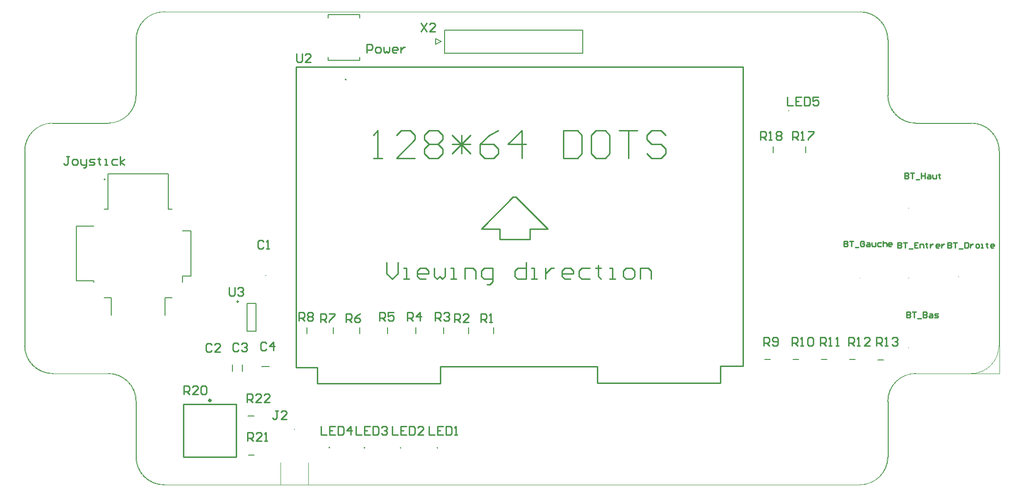
<source format=gto>
G04*
G04 #@! TF.GenerationSoftware,Altium Limited,Altium Designer,22.7.1 (60)*
G04*
G04 Layer_Color=65535*
%FSLAX44Y44*%
%MOMM*%
G71*
G04*
G04 #@! TF.SameCoordinates,7684CF66-3EF2-496F-B3A4-9C416311D090*
G04*
G04*
G04 #@! TF.FilePolarity,Positive*
G04*
G01*
G75*
%ADD10C,0.1000*%
%ADD11C,0.2000*%
%ADD12C,0.2500*%
%ADD13C,0.4000*%
%ADD14C,0.1270*%
%ADD15C,0.1524*%
%ADD16C,0.2540*%
%ADD17C,0.0127*%
%ADD18C,0.0064*%
D10*
X2450500Y987500D02*
G03*
X2450500Y986500I0J-500D01*
G01*
D02*
G03*
X2450500Y987500I0J500D01*
G01*
Y1237500D02*
G03*
X2450500Y1236500I0J-500D01*
G01*
D02*
G03*
X2450500Y1237500I0J500D01*
G01*
X2540500Y1115000D02*
G03*
X2540500Y1114000I0J-500D01*
G01*
D02*
G03*
X2540500Y1115000I0J500D01*
G01*
X2450500Y1112500D02*
G03*
X2450500Y1111500I0J-500D01*
G01*
D02*
G03*
X2450500Y1112500I0J500D01*
G01*
X2363000D02*
G03*
X2363000Y1111500I0J-500D01*
G01*
D02*
G03*
X2363000Y1112500I0J500D01*
G01*
X1322500Y740000D02*
Y780001D01*
Y740000D02*
Y780001D01*
Y740000D02*
X1372500D01*
X1322500D02*
X1372500D01*
Y780001D01*
Y740000D02*
Y780001D01*
D11*
X1604867Y806340D02*
G03*
X1604867Y806340I-707J0D01*
G01*
X1473907Y806650D02*
G03*
X1473907Y806650I-707J0D01*
G01*
X1410707Y807300D02*
G03*
X1410707Y807300I-707J0D01*
G01*
X1440570Y1468570D02*
G03*
X1440570Y1468570I-1000J0D01*
G01*
X1007300Y1289200D02*
G03*
X1007300Y1289200I-1000J0D01*
G01*
X2235707Y1412500D02*
G03*
X2235707Y1412500I-707J0D01*
G01*
X1347500Y839000D02*
G03*
X1347500Y840000I0J500D01*
G01*
D02*
G03*
X1347500Y839000I0J-500D01*
G01*
D02*
G03*
X1347500Y840000I0J500D01*
G01*
X1295900Y1116500D02*
G03*
X1295900Y1116500I-500J0D01*
G01*
X1538827Y806340D02*
G03*
X1538827Y806340I-707J0D01*
G01*
X2265500Y1337250D02*
Y1347750D01*
X2207500Y1337250D02*
Y1347750D01*
X2344250Y965200D02*
X2354750D01*
X2394750Y965000D02*
X2405250D01*
X2293450Y965200D02*
X2303950D01*
X2242650D02*
X2253150D01*
X2191850D02*
X2202350D01*
X1705000Y1012250D02*
Y1022750D01*
X1660000Y1012250D02*
Y1022750D01*
X1417500Y1012250D02*
Y1022750D01*
X1465000Y1012250D02*
Y1022750D01*
X1370000Y1012250D02*
Y1022750D01*
X1262000Y1016400D02*
X1278000D01*
X1262000Y1066400D02*
X1278000D01*
Y1016400D02*
Y1066400D01*
X1262000Y1016400D02*
Y1066400D01*
X1288400Y952500D02*
X1302400D01*
X1264750Y793750D02*
X1275250D01*
X1264350Y863600D02*
X1274850D01*
X1615000Y1012250D02*
Y1022750D01*
X1565000Y1012250D02*
Y1022750D01*
X1515000Y1012250D02*
Y1022750D01*
D12*
X1246750Y1069450D02*
G03*
X1246750Y1069450I-1250J0D01*
G01*
D13*
X1197152Y891673D02*
G03*
X1197152Y891673I-1732J0D01*
G01*
D14*
X1616850Y1515800D02*
X1865350D01*
X1616850D02*
Y1557600D01*
X1865350D01*
Y1515800D02*
Y1557600D01*
X1601100Y1531700D02*
Y1541700D01*
X1611100Y1536700D01*
X1601100Y1531700D02*
X1611100Y1536700D01*
X1407870Y1585320D02*
X1464870D01*
X1407870Y1503320D02*
X1464870D01*
X1407870Y1579520D02*
Y1585320D01*
X1464870Y1579520D02*
Y1585320D01*
Y1503320D02*
Y1509120D01*
X1407870Y1503320D02*
Y1509120D01*
X955800Y1204700D02*
X987300D01*
X955800Y1106700D02*
Y1204700D01*
Y1106700D02*
X987300D01*
Y1104000D02*
Y1106700D01*
X1006100Y1076700D02*
X1018300D01*
Y1044700D02*
Y1076700D01*
X1115300Y1044700D02*
Y1076700D01*
X1127600D01*
X1146300Y1104500D02*
Y1115700D01*
X1161800D01*
Y1196700D01*
X1146300D02*
X1161800D01*
X1121300Y1235700D02*
X1127600D01*
X1121300D02*
Y1298700D01*
X1012300D02*
X1121300D01*
X1012300Y1235700D02*
Y1298700D01*
X1006100Y1235700D02*
X1012300D01*
D15*
X1235710Y944118D02*
Y956310D01*
X1253490Y944118D02*
Y956310D01*
D16*
X1388110Y922020D02*
X1422400D01*
X1388110D02*
Y927100D01*
X1422400Y922020D02*
X1583690D01*
X1609090D01*
Y952500D01*
X1388110Y922020D02*
Y951230D01*
X1609090Y952500D02*
X1891030D01*
Y923290D02*
X1925320D01*
X1891030D02*
Y928370D01*
X1925320Y923290D02*
X2086610D01*
X2112010D01*
Y953770D01*
X1891030Y923290D02*
Y952500D01*
X1350010Y951230D02*
X1388110D01*
X1350010D02*
Y1490980D01*
X2112010Y953770D02*
X2152650D01*
Y1488440D01*
X1350010Y1490980D02*
X2151380D01*
X2152650Y1488440D02*
Y1489710D01*
Y1490980D01*
X2151380D02*
X2152650D01*
X1715770Y1181100D02*
Y1200150D01*
Y1181100D02*
X1770380D01*
Y1200150D01*
X1802130D01*
X1744980Y1257300D02*
X1802130Y1200150D01*
X1739900Y1257300D02*
X1744980D01*
X1687830Y1205230D02*
X1739900Y1257300D01*
X1685290Y1200150D02*
X1715770D01*
X1682750D02*
X1687830Y1205230D01*
X1147900Y789850D02*
X1243201D01*
X1147900D02*
Y885150D01*
X1243201D01*
Y789850D02*
Y885150D01*
X1513272Y1139807D02*
Y1119814D01*
X1523269Y1109817D01*
X1533265Y1119814D01*
Y1139807D01*
X1543262Y1109817D02*
X1553259D01*
X1548260D01*
Y1129810D01*
X1543262D01*
X1583249Y1109817D02*
X1573253D01*
X1568254Y1114815D01*
Y1124812D01*
X1573253Y1129810D01*
X1583249D01*
X1588248Y1124812D01*
Y1119814D01*
X1568254D01*
X1598244Y1129810D02*
Y1114815D01*
X1603243Y1109817D01*
X1608241Y1114815D01*
X1613239Y1109817D01*
X1618238Y1114815D01*
Y1129810D01*
X1628235Y1109817D02*
X1638231D01*
X1633233D01*
Y1129810D01*
X1628235D01*
X1653227Y1109817D02*
Y1129810D01*
X1668222D01*
X1673220Y1124812D01*
Y1109817D01*
X1693214Y1099820D02*
X1698212D01*
X1703210Y1104818D01*
Y1129810D01*
X1688215D01*
X1683217Y1124812D01*
Y1114815D01*
X1688215Y1109817D01*
X1703210D01*
X1763191Y1139807D02*
Y1109817D01*
X1748196D01*
X1743197Y1114815D01*
Y1124812D01*
X1748196Y1129810D01*
X1763191D01*
X1773188Y1109817D02*
X1783185D01*
X1778186D01*
Y1129810D01*
X1773188D01*
X1798180D02*
Y1109817D01*
Y1119814D01*
X1803178Y1124812D01*
X1808176Y1129810D01*
X1813175D01*
X1843165Y1109817D02*
X1833168D01*
X1828170Y1114815D01*
Y1124812D01*
X1833168Y1129810D01*
X1843165D01*
X1848163Y1124812D01*
Y1119814D01*
X1828170D01*
X1878154Y1129810D02*
X1863159D01*
X1858160Y1124812D01*
Y1114815D01*
X1863159Y1109817D01*
X1878154D01*
X1893149Y1134809D02*
Y1129810D01*
X1888150D01*
X1898147D01*
X1893149D01*
Y1114815D01*
X1898147Y1109817D01*
X1913142D02*
X1923139D01*
X1918141D01*
Y1129810D01*
X1913142D01*
X1943133Y1109817D02*
X1953129D01*
X1958128Y1114815D01*
Y1124812D01*
X1953129Y1129810D01*
X1943133D01*
X1938134Y1124812D01*
Y1114815D01*
X1943133Y1109817D01*
X1968125D02*
Y1129810D01*
X1983120D01*
X1988118Y1124812D01*
Y1109817D01*
X1488915Y1327150D02*
X1505576D01*
X1497245D01*
Y1377134D01*
X1488915Y1368803D01*
X1563891Y1327150D02*
X1530568D01*
X1563891Y1360473D01*
Y1368803D01*
X1555560Y1377134D01*
X1538899D01*
X1530568Y1368803D01*
X1580552D02*
X1588882Y1377134D01*
X1605544D01*
X1613874Y1368803D01*
Y1360473D01*
X1605544Y1352142D01*
X1613874Y1343811D01*
Y1335481D01*
X1605544Y1327150D01*
X1588882D01*
X1580552Y1335481D01*
Y1343811D01*
X1588882Y1352142D01*
X1580552Y1360473D01*
Y1368803D01*
X1588882Y1352142D02*
X1605544D01*
X1630536Y1368803D02*
X1663858Y1335481D01*
X1630536D02*
X1663858Y1368803D01*
X1630536Y1352142D02*
X1663858D01*
X1647197Y1335481D02*
Y1368803D01*
X1713842Y1377134D02*
X1697181Y1368803D01*
X1680520Y1352142D01*
Y1335481D01*
X1688850Y1327150D01*
X1705511D01*
X1713842Y1335481D01*
Y1343811D01*
X1705511Y1352142D01*
X1680520D01*
X1755495Y1327150D02*
Y1377134D01*
X1730503Y1352142D01*
X1763826D01*
X1830471Y1377134D02*
Y1327150D01*
X1855463D01*
X1863794Y1335481D01*
Y1368803D01*
X1855463Y1377134D01*
X1830471D01*
X1905447D02*
X1888786D01*
X1880455Y1368803D01*
Y1335481D01*
X1888786Y1327150D01*
X1905447D01*
X1913777Y1335481D01*
Y1368803D01*
X1905447Y1377134D01*
X1930439D02*
X1963761D01*
X1947100D01*
Y1327150D01*
X2013745Y1368803D02*
X2005415Y1377134D01*
X1988753D01*
X1980423Y1368803D01*
Y1360473D01*
X1988753Y1352142D01*
X2005415D01*
X2013745Y1343811D01*
Y1335481D01*
X2005415Y1327150D01*
X1988753D01*
X1980423Y1335481D01*
X1477021Y1516382D02*
Y1531617D01*
X1484639D01*
X1487178Y1529078D01*
Y1524000D01*
X1484639Y1521461D01*
X1477021D01*
X1494795Y1516382D02*
X1499874D01*
X1502413Y1518922D01*
Y1524000D01*
X1499874Y1526539D01*
X1494795D01*
X1492256Y1524000D01*
Y1518922D01*
X1494795Y1516382D01*
X1507491Y1526539D02*
Y1518922D01*
X1510030Y1516382D01*
X1512570Y1518922D01*
X1515109Y1516382D01*
X1517648Y1518922D01*
Y1526539D01*
X1530344Y1516382D02*
X1525266D01*
X1522726Y1518922D01*
Y1524000D01*
X1525266Y1526539D01*
X1530344D01*
X1532883Y1524000D01*
Y1521461D01*
X1522726D01*
X1537961Y1526539D02*
Y1516382D01*
Y1521461D01*
X1540501Y1524000D01*
X1543040Y1526539D01*
X1545579D01*
X1574804Y1569718D02*
X1584961Y1554483D01*
Y1569718D02*
X1574804Y1554483D01*
X1600196D02*
X1590039D01*
X1600196Y1564639D01*
Y1567178D01*
X1597657Y1569718D01*
X1592578D01*
X1590039Y1567178D01*
X1230376Y1094735D02*
Y1082039D01*
X1232915Y1079500D01*
X1237993D01*
X1240533Y1082039D01*
Y1094735D01*
X1245611Y1092196D02*
X1248150Y1094735D01*
X1253229D01*
X1255768Y1092196D01*
Y1089657D01*
X1253229Y1087117D01*
X1250689D01*
X1253229D01*
X1255768Y1084578D01*
Y1082039D01*
X1253229Y1079500D01*
X1248150D01*
X1245611Y1082039D01*
X1351280Y1515105D02*
Y1502409D01*
X1353819Y1499870D01*
X1358898D01*
X1361437Y1502409D01*
Y1515105D01*
X1376672Y1499870D02*
X1366515D01*
X1376672Y1510027D01*
Y1512566D01*
X1374133Y1515105D01*
X1369054D01*
X1366515Y1512566D01*
X1262380Y888492D02*
Y903727D01*
X1269997D01*
X1272537Y901188D01*
Y896109D01*
X1269997Y893570D01*
X1262380D01*
X1267458D02*
X1272537Y888492D01*
X1287772D02*
X1277615D01*
X1287772Y898649D01*
Y901188D01*
X1285233Y903727D01*
X1280154D01*
X1277615Y901188D01*
X1303007Y888492D02*
X1292850D01*
X1303007Y898649D01*
Y901188D01*
X1300468Y903727D01*
X1295389D01*
X1292850Y901188D01*
X1262888Y818642D02*
Y833877D01*
X1270506D01*
X1273045Y831338D01*
Y826260D01*
X1270506Y823720D01*
X1262888D01*
X1267966D02*
X1273045Y818642D01*
X1288280D02*
X1278123D01*
X1288280Y828799D01*
Y831338D01*
X1285741Y833877D01*
X1280662D01*
X1278123Y831338D01*
X1293358Y818642D02*
X1298436D01*
X1295897D01*
Y833877D01*
X1293358Y831338D01*
X1149096Y902970D02*
Y918205D01*
X1156713D01*
X1159253Y915666D01*
Y910587D01*
X1156713Y908048D01*
X1149096D01*
X1154174D02*
X1159253Y902970D01*
X1174488D02*
X1164331D01*
X1174488Y913127D01*
Y915666D01*
X1171949Y918205D01*
X1166870D01*
X1164331Y915666D01*
X1179566D02*
X1182105Y918205D01*
X1187184D01*
X1189723Y915666D01*
Y905509D01*
X1187184Y902970D01*
X1182105D01*
X1179566Y905509D01*
Y915666D01*
X2184146Y1359916D02*
Y1375151D01*
X2191763D01*
X2194303Y1372612D01*
Y1367534D01*
X2191763Y1364994D01*
X2184146D01*
X2189224D02*
X2194303Y1359916D01*
X2199381D02*
X2204459D01*
X2201920D01*
Y1375151D01*
X2199381Y1372612D01*
X2212077D02*
X2214616Y1375151D01*
X2219695D01*
X2222234Y1372612D01*
Y1370073D01*
X2219695Y1367534D01*
X2222234Y1364994D01*
Y1362455D01*
X2219695Y1359916D01*
X2214616D01*
X2212077Y1362455D01*
Y1364994D01*
X2214616Y1367534D01*
X2212077Y1370073D01*
Y1372612D01*
X2214616Y1367534D02*
X2219695D01*
X2242058Y1359916D02*
Y1375151D01*
X2249675D01*
X2252215Y1372612D01*
Y1367534D01*
X2249675Y1364994D01*
X2242058D01*
X2247136D02*
X2252215Y1359916D01*
X2257293D02*
X2262371D01*
X2259832D01*
Y1375151D01*
X2257293Y1372612D01*
X2269989Y1375151D02*
X2280146D01*
Y1372612D01*
X2269989Y1362455D01*
Y1359916D01*
X2392680Y989838D02*
Y1005073D01*
X2400298D01*
X2402837Y1002534D01*
Y997456D01*
X2400298Y994916D01*
X2392680D01*
X2397758D02*
X2402837Y989838D01*
X2407915D02*
X2412993D01*
X2410454D01*
Y1005073D01*
X2407915Y1002534D01*
X2420611D02*
X2423150Y1005073D01*
X2428228D01*
X2430768Y1002534D01*
Y999995D01*
X2428228Y997456D01*
X2425689D01*
X2428228D01*
X2430768Y994916D01*
Y992377D01*
X2428228Y989838D01*
X2423150D01*
X2420611Y992377D01*
X2342388Y990092D02*
Y1005327D01*
X2350005D01*
X2352545Y1002788D01*
Y997710D01*
X2350005Y995170D01*
X2342388D01*
X2347466D02*
X2352545Y990092D01*
X2357623D02*
X2362701D01*
X2360162D01*
Y1005327D01*
X2357623Y1002788D01*
X2380476Y990092D02*
X2370319D01*
X2380476Y1000249D01*
Y1002788D01*
X2377937Y1005327D01*
X2372858D01*
X2370319Y1002788D01*
X2291588Y990092D02*
Y1005327D01*
X2299205D01*
X2301745Y1002788D01*
Y997710D01*
X2299205Y995170D01*
X2291588D01*
X2296666D02*
X2301745Y990092D01*
X2306823D02*
X2311901D01*
X2309362D01*
Y1005327D01*
X2306823Y1002788D01*
X2319519Y990092D02*
X2324597D01*
X2322058D01*
Y1005327D01*
X2319519Y1002788D01*
X2240788Y990092D02*
Y1005327D01*
X2248405D01*
X2250945Y1002788D01*
Y997710D01*
X2248405Y995170D01*
X2240788D01*
X2245866D02*
X2250945Y990092D01*
X2256023D02*
X2261101D01*
X2258562D01*
Y1005327D01*
X2256023Y1002788D01*
X2268719D02*
X2271258Y1005327D01*
X2276337D01*
X2278876Y1002788D01*
Y992631D01*
X2276337Y990092D01*
X2271258D01*
X2268719Y992631D01*
Y1002788D01*
X2189988Y990092D02*
Y1005327D01*
X2197605D01*
X2200145Y1002788D01*
Y997710D01*
X2197605Y995170D01*
X2189988D01*
X2195066D02*
X2200145Y990092D01*
X2205223Y992631D02*
X2207762Y990092D01*
X2212841D01*
X2215380Y992631D01*
Y1002788D01*
X2212841Y1005327D01*
X2207762D01*
X2205223Y1002788D01*
Y1000249D01*
X2207762Y997710D01*
X2215380D01*
X1355344Y1034796D02*
Y1050031D01*
X1362961D01*
X1365501Y1047492D01*
Y1042413D01*
X1362961Y1039874D01*
X1355344D01*
X1360422D02*
X1365501Y1034796D01*
X1370579Y1047492D02*
X1373118Y1050031D01*
X1378197D01*
X1380736Y1047492D01*
Y1044953D01*
X1378197Y1042413D01*
X1380736Y1039874D01*
Y1037335D01*
X1378197Y1034796D01*
X1373118D01*
X1370579Y1037335D01*
Y1039874D01*
X1373118Y1042413D01*
X1370579Y1044953D01*
Y1047492D01*
X1373118Y1042413D02*
X1378197D01*
X1394804Y1032383D02*
Y1047617D01*
X1402422D01*
X1404961Y1045078D01*
Y1040000D01*
X1402422Y1037461D01*
X1394804D01*
X1399883D02*
X1404961Y1032383D01*
X1410039Y1047617D02*
X1420196D01*
Y1045078D01*
X1410039Y1034922D01*
Y1032383D01*
X1439804D02*
Y1047617D01*
X1447422D01*
X1449961Y1045078D01*
Y1040000D01*
X1447422Y1037461D01*
X1439804D01*
X1444883D02*
X1449961Y1032383D01*
X1465196Y1047617D02*
X1460117Y1045078D01*
X1455039Y1040000D01*
Y1034922D01*
X1457578Y1032383D01*
X1462657D01*
X1465196Y1034922D01*
Y1037461D01*
X1462657Y1040000D01*
X1455039D01*
X1500378Y1034796D02*
Y1050031D01*
X1507995D01*
X1510535Y1047492D01*
Y1042413D01*
X1507995Y1039874D01*
X1500378D01*
X1505456D02*
X1510535Y1034796D01*
X1525770Y1050031D02*
X1515613D01*
Y1042413D01*
X1520691Y1044953D01*
X1523231D01*
X1525770Y1042413D01*
Y1037335D01*
X1523231Y1034796D01*
X1518152D01*
X1515613Y1037335D01*
X1550416Y1034796D02*
Y1050031D01*
X1558033D01*
X1560573Y1047492D01*
Y1042413D01*
X1558033Y1039874D01*
X1550416D01*
X1555494D02*
X1560573Y1034796D01*
X1573269D02*
Y1050031D01*
X1565651Y1042413D01*
X1575808D01*
X1600200Y1034796D02*
Y1050031D01*
X1607818D01*
X1610357Y1047492D01*
Y1042413D01*
X1607818Y1039874D01*
X1600200D01*
X1605278D02*
X1610357Y1034796D01*
X1615435Y1047492D02*
X1617974Y1050031D01*
X1623053D01*
X1625592Y1047492D01*
Y1044953D01*
X1623053Y1042413D01*
X1620513D01*
X1623053D01*
X1625592Y1039874D01*
Y1037335D01*
X1623053Y1034796D01*
X1617974D01*
X1615435Y1037335D01*
X1634804Y1032383D02*
Y1047617D01*
X1642422D01*
X1644961Y1045078D01*
Y1040000D01*
X1642422Y1037461D01*
X1634804D01*
X1639883D02*
X1644961Y1032383D01*
X1660196D02*
X1650039D01*
X1660196Y1042539D01*
Y1045078D01*
X1657657Y1047617D01*
X1652578D01*
X1650039Y1045078D01*
X1682343Y1032383D02*
Y1047617D01*
X1689961D01*
X1692500Y1045078D01*
Y1040000D01*
X1689961Y1037461D01*
X1682343D01*
X1687422D02*
X1692500Y1032383D01*
X1697578D02*
X1702657D01*
X1700118D01*
Y1047617D01*
X1697578Y1045078D01*
X2232914Y1437127D02*
Y1421892D01*
X2243071D01*
X2258306Y1437127D02*
X2248149D01*
Y1421892D01*
X2258306D01*
X2248149Y1429509D02*
X2253227D01*
X2263384Y1437127D02*
Y1421892D01*
X2271002D01*
X2273541Y1424431D01*
Y1434588D01*
X2271002Y1437127D01*
X2263384D01*
X2288776D02*
X2278619D01*
Y1429509D01*
X2283698Y1432049D01*
X2286237D01*
X2288776Y1429509D01*
Y1424431D01*
X2286237Y1421892D01*
X2281158D01*
X2278619Y1424431D01*
X1394968Y845561D02*
Y830326D01*
X1405125D01*
X1420360Y845561D02*
X1410203D01*
Y830326D01*
X1420360D01*
X1410203Y837943D02*
X1415281D01*
X1425438Y845561D02*
Y830326D01*
X1433056D01*
X1435595Y832865D01*
Y843022D01*
X1433056Y845561D01*
X1425438D01*
X1448291Y830326D02*
Y845561D01*
X1440673Y837943D01*
X1450830D01*
X1458214Y845053D02*
Y829818D01*
X1468371D01*
X1483606Y845053D02*
X1473449D01*
Y829818D01*
X1483606D01*
X1473449Y837436D02*
X1478527D01*
X1488684Y845053D02*
Y829818D01*
X1496302D01*
X1498841Y832357D01*
Y842514D01*
X1496302Y845053D01*
X1488684D01*
X1503919Y842514D02*
X1506458Y845053D01*
X1511537D01*
X1514076Y842514D01*
Y839975D01*
X1511537Y837436D01*
X1508998D01*
X1511537D01*
X1514076Y834896D01*
Y832357D01*
X1511537Y829818D01*
X1506458D01*
X1503919Y832357D01*
X1523238Y844799D02*
Y829564D01*
X1533395D01*
X1548630Y844799D02*
X1538473D01*
Y829564D01*
X1548630D01*
X1538473Y837181D02*
X1543551D01*
X1553708Y844799D02*
Y829564D01*
X1561326D01*
X1563865Y832103D01*
Y842260D01*
X1561326Y844799D01*
X1553708D01*
X1579100Y829564D02*
X1568943D01*
X1579100Y839721D01*
Y842260D01*
X1576561Y844799D01*
X1571482D01*
X1568943Y842260D01*
X1589278Y844799D02*
Y829564D01*
X1599435D01*
X1614670Y844799D02*
X1604513D01*
Y829564D01*
X1614670D01*
X1604513Y837181D02*
X1609591D01*
X1619748Y844799D02*
Y829564D01*
X1627366D01*
X1629905Y832103D01*
Y842260D01*
X1627366Y844799D01*
X1619748D01*
X1634983Y829564D02*
X1640062D01*
X1637522D01*
Y844799D01*
X1634983Y842260D01*
X943353Y1329939D02*
X938274D01*
X940814D01*
Y1317243D01*
X938274Y1314704D01*
X935735D01*
X933196Y1317243D01*
X950970Y1314704D02*
X956049D01*
X958588Y1317243D01*
Y1322321D01*
X956049Y1324861D01*
X950970D01*
X948431Y1322321D01*
Y1317243D01*
X950970Y1314704D01*
X963666Y1324861D02*
Y1317243D01*
X966205Y1314704D01*
X973823D01*
Y1312165D01*
X971284Y1309626D01*
X968745D01*
X973823Y1314704D02*
Y1324861D01*
X978901Y1314704D02*
X986519D01*
X989058Y1317243D01*
X986519Y1319782D01*
X981440D01*
X978901Y1322321D01*
X981440Y1324861D01*
X989058D01*
X996675Y1327400D02*
Y1324861D01*
X994136D01*
X999215D01*
X996675D01*
Y1317243D01*
X999215Y1314704D01*
X1006832D02*
X1011910D01*
X1009371D01*
Y1324861D01*
X1006832D01*
X1029685D02*
X1022067D01*
X1019528Y1322321D01*
Y1317243D01*
X1022067Y1314704D01*
X1029685D01*
X1034763D02*
Y1329939D01*
Y1319782D02*
X1042381Y1324861D01*
X1034763Y1319782D02*
X1042381Y1314704D01*
X1318511Y873247D02*
X1313432D01*
X1315972D01*
Y860551D01*
X1313432Y858012D01*
X1310893D01*
X1308354Y860551D01*
X1333746Y858012D02*
X1323589D01*
X1333746Y868169D01*
Y870708D01*
X1331207Y873247D01*
X1326128D01*
X1323589Y870708D01*
X1296667Y994152D02*
X1294128Y996691D01*
X1289049D01*
X1286510Y994152D01*
Y983995D01*
X1289049Y981456D01*
X1294128D01*
X1296667Y983995D01*
X1309363Y981456D02*
Y996691D01*
X1301745Y989073D01*
X1311902D01*
X1247137Y992120D02*
X1244597Y994659D01*
X1239519D01*
X1236980Y992120D01*
Y981963D01*
X1239519Y979424D01*
X1244597D01*
X1247137Y981963D01*
X1252215Y992120D02*
X1254754Y994659D01*
X1259833D01*
X1262372Y992120D01*
Y989581D01*
X1259833Y987041D01*
X1257293D01*
X1259833D01*
X1262372Y984502D01*
Y981963D01*
X1259833Y979424D01*
X1254754D01*
X1252215Y981963D01*
X1198881Y991559D02*
X1196342Y994098D01*
X1191263D01*
X1188724Y991559D01*
Y981402D01*
X1191263Y978863D01*
X1196342D01*
X1198881Y981402D01*
X1214116Y978863D02*
X1203959D01*
X1214116Y989019D01*
Y991559D01*
X1211577Y994098D01*
X1206498D01*
X1203959Y991559D01*
X1291587Y1177286D02*
X1289048Y1179825D01*
X1283969D01*
X1281430Y1177286D01*
Y1167129D01*
X1283969Y1164590D01*
X1289048D01*
X1291587Y1167129D01*
X1296665Y1164590D02*
X1301743D01*
X1299204D01*
Y1179825D01*
X1296665Y1177286D01*
X2443344Y1300831D02*
Y1290835D01*
X2448342D01*
X2450008Y1292501D01*
Y1294167D01*
X2448342Y1295833D01*
X2443344D01*
X2448342D01*
X2450008Y1297499D01*
Y1299165D01*
X2448342Y1300831D01*
X2443344D01*
X2453340D02*
X2460005D01*
X2456673D01*
Y1290835D01*
X2463337Y1289169D02*
X2470002D01*
X2473334Y1300831D02*
Y1290835D01*
Y1295833D01*
X2479998D01*
Y1300831D01*
Y1290835D01*
X2484997Y1297499D02*
X2488329D01*
X2489995Y1295833D01*
Y1290835D01*
X2484997D01*
X2483331Y1292501D01*
X2484997Y1294167D01*
X2489995D01*
X2493327Y1297499D02*
Y1292501D01*
X2494994Y1290835D01*
X2499992D01*
Y1297499D01*
X2504990Y1299165D02*
Y1297499D01*
X2503324D01*
X2506656D01*
X2504990D01*
Y1292501D01*
X2506656Y1290835D01*
X2334181Y1178332D02*
Y1168335D01*
X2339179D01*
X2340845Y1170001D01*
Y1171667D01*
X2339179Y1173333D01*
X2334181D01*
X2339179D01*
X2340845Y1174999D01*
Y1176665D01*
X2339179Y1178332D01*
X2334181D01*
X2344177D02*
X2350842D01*
X2347510D01*
Y1168335D01*
X2354174Y1166668D02*
X2360839D01*
X2370836Y1176665D02*
X2369169Y1178332D01*
X2365837D01*
X2364171Y1176665D01*
Y1170001D01*
X2365837Y1168335D01*
X2369169D01*
X2370836Y1170001D01*
Y1173333D01*
X2367503D01*
X2375834Y1174999D02*
X2379166D01*
X2380832Y1173333D01*
Y1168335D01*
X2375834D01*
X2374168Y1170001D01*
X2375834Y1171667D01*
X2380832D01*
X2384164Y1174999D02*
Y1170001D01*
X2385831Y1168335D01*
X2390829D01*
Y1174999D01*
X2400826D02*
X2395827D01*
X2394161Y1173333D01*
Y1170001D01*
X2395827Y1168335D01*
X2400826D01*
X2404158Y1178332D02*
Y1168335D01*
Y1173333D01*
X2405824Y1174999D01*
X2409156D01*
X2410823Y1173333D01*
Y1168335D01*
X2419153D02*
X2415821D01*
X2414155Y1170001D01*
Y1173333D01*
X2415821Y1174999D01*
X2419153D01*
X2420819Y1173333D01*
Y1171667D01*
X2414155D01*
X2520847Y1175832D02*
Y1165835D01*
X2525845D01*
X2527511Y1167501D01*
Y1169167D01*
X2525845Y1170833D01*
X2520847D01*
X2525845D01*
X2527511Y1172499D01*
Y1174165D01*
X2525845Y1175832D01*
X2520847D01*
X2530844D02*
X2537508D01*
X2534176D01*
Y1165835D01*
X2540840Y1164168D02*
X2547505D01*
X2550837Y1175832D02*
Y1165835D01*
X2555836D01*
X2557502Y1167501D01*
Y1174165D01*
X2555836Y1175832D01*
X2550837D01*
X2560834Y1172499D02*
Y1165835D01*
Y1169167D01*
X2562500Y1170833D01*
X2564166Y1172499D01*
X2565832D01*
X2572497Y1165835D02*
X2575829D01*
X2577495Y1167501D01*
Y1170833D01*
X2575829Y1172499D01*
X2572497D01*
X2570831Y1170833D01*
Y1167501D01*
X2572497Y1165835D01*
X2580828D02*
X2584160D01*
X2582494D01*
Y1172499D01*
X2580828D01*
X2590824Y1174165D02*
Y1172499D01*
X2589158D01*
X2592490D01*
X2590824D01*
Y1167501D01*
X2592490Y1165835D01*
X2602487D02*
X2599155D01*
X2597489Y1167501D01*
Y1170833D01*
X2599155Y1172499D01*
X2602487D01*
X2604153Y1170833D01*
Y1169167D01*
X2597489D01*
X2446676Y1050832D02*
Y1040835D01*
X2451674D01*
X2453340Y1042501D01*
Y1044167D01*
X2451674Y1045833D01*
X2446676D01*
X2451674D01*
X2453340Y1047499D01*
Y1049165D01*
X2451674Y1050832D01*
X2446676D01*
X2456673D02*
X2463337D01*
X2460005D01*
Y1040835D01*
X2466669Y1039168D02*
X2473334D01*
X2476666Y1050832D02*
Y1040835D01*
X2481664D01*
X2483331Y1042501D01*
Y1044167D01*
X2481664Y1045833D01*
X2476666D01*
X2481664D01*
X2483331Y1047499D01*
Y1049165D01*
X2481664Y1050832D01*
X2476666D01*
X2488329Y1047499D02*
X2491661D01*
X2493327Y1045833D01*
Y1040835D01*
X2488329D01*
X2486663Y1042501D01*
X2488329Y1044167D01*
X2493327D01*
X2496660Y1040835D02*
X2501658D01*
X2503324Y1042501D01*
X2501658Y1044167D01*
X2498326D01*
X2496660Y1045833D01*
X2498326Y1047499D01*
X2503324D01*
X2430847Y1175832D02*
Y1165835D01*
X2435845D01*
X2437511Y1167501D01*
Y1169167D01*
X2435845Y1170833D01*
X2430847D01*
X2435845D01*
X2437511Y1172499D01*
Y1174165D01*
X2435845Y1175832D01*
X2430847D01*
X2440844D02*
X2447508D01*
X2444176D01*
Y1165835D01*
X2450840Y1164168D02*
X2457505D01*
X2467502Y1175832D02*
X2460837D01*
Y1165835D01*
X2467502D01*
X2460837Y1170833D02*
X2464169D01*
X2470834Y1165835D02*
Y1172499D01*
X2475832D01*
X2477498Y1170833D01*
Y1165835D01*
X2482497Y1174165D02*
Y1172499D01*
X2480831D01*
X2484163D01*
X2482497D01*
Y1167501D01*
X2484163Y1165835D01*
X2489161Y1172499D02*
Y1165835D01*
Y1169167D01*
X2490827Y1170833D01*
X2492494Y1172499D01*
X2494160D01*
X2504156Y1165835D02*
X2500824D01*
X2499158Y1167501D01*
Y1170833D01*
X2500824Y1172499D01*
X2504156D01*
X2505823Y1170833D01*
Y1169167D01*
X2499158D01*
X2509155Y1172499D02*
Y1165835D01*
Y1169167D01*
X2510821Y1170833D01*
X2512487Y1172499D01*
X2514153D01*
D17*
X2612500Y1340000D02*
G03*
X2562500Y1390000I-50000J0D01*
G01*
X2462500Y940000D02*
G03*
X2412500Y890000I0J-50000D01*
G01*
X2562500Y940000D02*
G03*
X2612500Y990000I0J50000D01*
G01*
X1062500Y790000D02*
G03*
X1112500Y740000I50000J0D01*
G01*
X862500Y990000D02*
G03*
X912500Y940000I50000J0D01*
G01*
X2362500Y740000D02*
G03*
X2412500Y790000I0J50000D01*
G01*
Y1440000D02*
G03*
X2462500Y1390000I50000J0D01*
G01*
X2412500Y1540000D02*
G03*
X2362500Y1590000I-50000J0D01*
G01*
X1012500Y1390000D02*
G03*
X1062500Y1440000I0J50000D01*
G01*
X912500Y1390000D02*
G03*
X862500Y1340000I0J-50000D01*
G01*
X1062500Y890000D02*
G03*
X1012500Y940000I-50000J0D01*
G01*
X1112500Y1590000D02*
G03*
X1062500Y1540000I0J-50000D01*
G01*
X1063600Y790410D02*
G03*
X1113600Y740410I50000J0D01*
G01*
X863600Y990410D02*
G03*
X913600Y940410I50000J0D01*
G01*
X2613600Y1340410D02*
G03*
X2563600Y1390410I-50000J0D01*
G01*
X2413600Y1440410D02*
G03*
X2463600Y1390410I50000J0D01*
G01*
Y940410D02*
G03*
X2413600Y890410I0J-50000D01*
G01*
X2363600Y740410D02*
G03*
X2413600Y790410I0J50000D01*
G01*
Y1540410D02*
G03*
X2363600Y1590410I-50000J0D01*
G01*
X1113600D02*
G03*
X1063600Y1540410I0J-50000D01*
G01*
X1013600Y1390410D02*
G03*
X1063600Y1440410I0J50000D01*
G01*
X913600Y1390410D02*
G03*
X863600Y1340410I0J-50000D01*
G01*
X1063600Y890410D02*
G03*
X1013600Y940410I-50000J0D01*
G01*
X2612500Y990000D02*
Y1340000D01*
X912500Y940000D02*
X1012500D01*
X1112500Y740000D02*
X2362500D01*
X862500Y990000D02*
Y1340000D01*
X1062500Y790000D02*
Y890000D01*
Y1440000D02*
Y1540000D01*
X1112500Y1590000D02*
X2362500D01*
X2462500Y1390000D02*
X2562500D01*
X2462500Y940000D02*
X2562500D01*
X2412500Y1440000D02*
Y1540000D01*
Y790000D02*
Y890000D01*
X912500Y1390000D02*
X1012500D01*
X1063600Y1440410D02*
Y1540410D01*
X1113600Y1590410D02*
X2363600D01*
X863600Y990410D02*
Y1340410D01*
X913600Y1390410D02*
X1013600D01*
X2463600Y940410D02*
X2613600D01*
X1113600Y740410D02*
X2363600D01*
X2613600Y940410D02*
Y1340410D01*
X913600Y940410D02*
X1013600D01*
X2413600Y790410D02*
Y890410D01*
X2463600Y1390410D02*
X2563600D01*
X2413600Y1440410D02*
Y1540410D01*
X1063600Y790410D02*
Y890410D01*
D18*
X862532Y740000D02*
G03*
X862532Y740000I-32J0D01*
G01*
D02*
G03*
X862532Y740000I-32J0D01*
G01*
M02*

</source>
